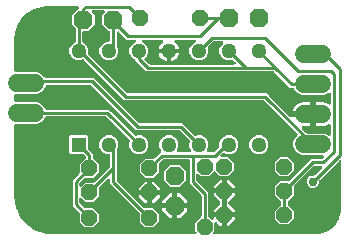
<source format=gbr>
G04 EAGLE Gerber RS-274X export*
G75*
%MOMM*%
%FSLAX34Y34*%
%LPD*%
%INTop Copper*%
%IPPOS*%
%AMOC8*
5,1,8,0,0,1.08239X$1,22.5*%
G01*
%ADD10R,1.278000X1.278000*%
%ADD11C,1.278000*%
%ADD12P,1.429621X8X22.500000*%
%ADD13P,1.429621X8X202.500000*%
%ADD14P,1.429621X8X112.500000*%
%ADD15P,1.732040X8X202.500000*%
%ADD16P,1.732040X8X112.500000*%
%ADD17C,1.524000*%
%ADD18C,0.254000*%
%ADD19C,0.756400*%

G36*
X289107Y138448D02*
X289107Y138448D01*
X289246Y138461D01*
X289265Y138468D01*
X289285Y138471D01*
X289414Y138522D01*
X289545Y138569D01*
X289562Y138580D01*
X289581Y138588D01*
X289693Y138669D01*
X289808Y138747D01*
X289821Y138763D01*
X289838Y138774D01*
X289927Y138882D01*
X290019Y138986D01*
X290028Y139004D01*
X290041Y139019D01*
X290100Y139145D01*
X290163Y139269D01*
X290168Y139289D01*
X290176Y139307D01*
X290202Y139444D01*
X290233Y139579D01*
X290232Y139600D01*
X290236Y139619D01*
X290227Y139758D01*
X290223Y139897D01*
X290217Y139917D01*
X290216Y139937D01*
X290174Y140069D01*
X290135Y140203D01*
X290124Y140220D01*
X290118Y140239D01*
X290044Y140357D01*
X289973Y140477D01*
X289955Y140498D01*
X289948Y140508D01*
X289933Y140522D01*
X289867Y140597D01*
X289051Y141413D01*
X289051Y148147D01*
X294014Y153109D01*
X294074Y153188D01*
X294142Y153260D01*
X294171Y153313D01*
X294208Y153361D01*
X294248Y153452D01*
X294296Y153538D01*
X294311Y153597D01*
X294335Y153652D01*
X294350Y153750D01*
X294375Y153846D01*
X294381Y153946D01*
X294385Y153966D01*
X294383Y153979D01*
X294385Y154007D01*
X294385Y171037D01*
X294373Y171135D01*
X294370Y171234D01*
X294353Y171292D01*
X294345Y171352D01*
X294309Y171444D01*
X294281Y171539D01*
X294251Y171592D01*
X294228Y171648D01*
X294170Y171728D01*
X294120Y171813D01*
X294054Y171889D01*
X294042Y171905D01*
X294032Y171913D01*
X294014Y171934D01*
X284225Y181722D01*
X284225Y201052D01*
X284210Y201170D01*
X284203Y201289D01*
X284190Y201327D01*
X284185Y201368D01*
X284142Y201478D01*
X284105Y201591D01*
X284083Y201626D01*
X284068Y201663D01*
X283999Y201759D01*
X283935Y201860D01*
X283905Y201888D01*
X283882Y201921D01*
X283790Y201997D01*
X283703Y202078D01*
X283668Y202098D01*
X283637Y202123D01*
X283529Y202174D01*
X283425Y202232D01*
X283385Y202242D01*
X283349Y202259D01*
X283232Y202281D01*
X283117Y202311D01*
X283057Y202315D01*
X283037Y202319D01*
X283016Y202317D01*
X282956Y202321D01*
X262679Y202321D01*
X262581Y202309D01*
X262482Y202306D01*
X262424Y202289D01*
X262364Y202281D01*
X262272Y202245D01*
X262177Y202217D01*
X262124Y202187D01*
X262068Y202164D01*
X261988Y202106D01*
X261903Y202056D01*
X261827Y201990D01*
X261811Y201978D01*
X261803Y201968D01*
X261782Y201950D01*
X258690Y198858D01*
X258630Y198780D01*
X258562Y198708D01*
X258533Y198655D01*
X258496Y198607D01*
X258456Y198516D01*
X258408Y198429D01*
X258393Y198371D01*
X258369Y198315D01*
X258354Y198217D01*
X258329Y198121D01*
X258323Y198021D01*
X258319Y198001D01*
X258321Y197989D01*
X258319Y197961D01*
X258319Y190943D01*
X253557Y186181D01*
X246823Y186181D01*
X242061Y190943D01*
X242061Y197677D01*
X246823Y202439D01*
X253841Y202439D01*
X253939Y202451D01*
X254038Y202454D01*
X254096Y202471D01*
X254156Y202479D01*
X254248Y202515D01*
X254343Y202543D01*
X254396Y202573D01*
X254452Y202596D01*
X254532Y202654D01*
X254617Y202704D01*
X254693Y202770D01*
X254709Y202782D01*
X254717Y202792D01*
X254738Y202810D01*
X257830Y205902D01*
X259970Y208042D01*
X260043Y208136D01*
X260122Y208226D01*
X260140Y208261D01*
X260165Y208293D01*
X260212Y208403D01*
X260266Y208509D01*
X260275Y208548D01*
X260291Y208585D01*
X260310Y208703D01*
X260336Y208819D01*
X260335Y208859D01*
X260341Y208899D01*
X260330Y209018D01*
X260326Y209137D01*
X260315Y209176D01*
X260311Y209216D01*
X260271Y209328D01*
X260238Y209442D01*
X260217Y209477D01*
X260204Y209515D01*
X260137Y209614D01*
X260076Y209716D01*
X260036Y209761D01*
X260025Y209778D01*
X260010Y209792D01*
X259992Y209811D01*
X258785Y212726D01*
X258785Y215874D01*
X259990Y218783D01*
X262217Y221010D01*
X265126Y222215D01*
X268274Y222215D01*
X271183Y221010D01*
X273410Y218783D01*
X274615Y215874D01*
X274615Y212726D01*
X273347Y209666D01*
X273334Y209618D01*
X273313Y209573D01*
X273292Y209465D01*
X273263Y209359D01*
X273263Y209309D01*
X273253Y209260D01*
X273260Y209151D01*
X273258Y209041D01*
X273270Y208993D01*
X273273Y208943D01*
X273307Y208839D01*
X273332Y208732D01*
X273356Y208688D01*
X273371Y208641D01*
X273430Y208548D01*
X273481Y208451D01*
X273515Y208414D01*
X273541Y208372D01*
X273621Y208297D01*
X273695Y208215D01*
X273737Y208188D01*
X273773Y208154D01*
X273869Y208101D01*
X273961Y208041D01*
X274008Y208024D01*
X274051Y208000D01*
X274158Y207973D01*
X274262Y207937D01*
X274311Y207933D01*
X274359Y207921D01*
X274520Y207911D01*
X284280Y207911D01*
X284330Y207917D01*
X284379Y207915D01*
X284487Y207937D01*
X284596Y207951D01*
X284642Y207969D01*
X284691Y207979D01*
X284789Y208027D01*
X284891Y208068D01*
X284932Y208097D01*
X284976Y208119D01*
X285060Y208190D01*
X285149Y208254D01*
X285180Y208293D01*
X285218Y208325D01*
X285281Y208415D01*
X285352Y208499D01*
X285373Y208544D01*
X285401Y208585D01*
X285440Y208688D01*
X285487Y208787D01*
X285496Y208836D01*
X285514Y208882D01*
X285526Y208992D01*
X285547Y209099D01*
X285544Y209149D01*
X285549Y209198D01*
X285534Y209307D01*
X285527Y209417D01*
X285512Y209464D01*
X285505Y209513D01*
X285453Y209666D01*
X284185Y212726D01*
X284185Y215874D01*
X284560Y216779D01*
X284568Y216808D01*
X284581Y216834D01*
X284610Y216961D01*
X284644Y217086D01*
X284645Y217116D01*
X284651Y217144D01*
X284647Y217274D01*
X284649Y217404D01*
X284642Y217433D01*
X284641Y217462D01*
X284605Y217587D01*
X284575Y217713D01*
X284561Y217740D01*
X284553Y217768D01*
X284487Y217879D01*
X284426Y217995D01*
X284406Y218016D01*
X284391Y218042D01*
X284285Y218163D01*
X276074Y226374D01*
X275996Y226434D01*
X275924Y226502D01*
X275871Y226531D01*
X275823Y226568D01*
X275732Y226608D01*
X275645Y226656D01*
X275587Y226671D01*
X275531Y226695D01*
X275433Y226710D01*
X275337Y226735D01*
X275237Y226741D01*
X275217Y226745D01*
X275205Y226743D01*
X275177Y226745D01*
X239202Y226745D01*
X201144Y264804D01*
X201066Y264864D01*
X200994Y264932D01*
X200941Y264961D01*
X200893Y264998D01*
X200802Y265038D01*
X200715Y265086D01*
X200657Y265101D01*
X200601Y265125D01*
X200503Y265140D01*
X200407Y265165D01*
X200307Y265171D01*
X200287Y265175D01*
X200275Y265173D01*
X200247Y265175D01*
X163785Y265175D01*
X163755Y265172D01*
X163726Y265174D01*
X163598Y265152D01*
X163469Y265135D01*
X163442Y265125D01*
X163413Y265120D01*
X163294Y265066D01*
X163173Y265018D01*
X163150Y265001D01*
X163123Y264989D01*
X163021Y264908D01*
X162916Y264832D01*
X162897Y264809D01*
X162874Y264790D01*
X162796Y264687D01*
X162713Y264587D01*
X162701Y264560D01*
X162683Y264536D01*
X162612Y264392D01*
X161423Y261520D01*
X158850Y258947D01*
X155489Y257555D01*
X137160Y257555D01*
X137042Y257540D01*
X136923Y257533D01*
X136885Y257520D01*
X136844Y257515D01*
X136734Y257472D01*
X136621Y257435D01*
X136586Y257413D01*
X136549Y257398D01*
X136453Y257329D01*
X136352Y257265D01*
X136324Y257235D01*
X136291Y257212D01*
X136215Y257120D01*
X136134Y257033D01*
X136114Y256998D01*
X136089Y256967D01*
X136038Y256859D01*
X135980Y256755D01*
X135970Y256715D01*
X135953Y256679D01*
X135931Y256562D01*
X135901Y256447D01*
X135897Y256387D01*
X135893Y256367D01*
X135895Y256346D01*
X135891Y256286D01*
X135891Y251714D01*
X135906Y251596D01*
X135913Y251477D01*
X135926Y251439D01*
X135931Y251398D01*
X135974Y251288D01*
X136011Y251175D01*
X136033Y251140D01*
X136048Y251103D01*
X136117Y251007D01*
X136181Y250906D01*
X136211Y250878D01*
X136234Y250845D01*
X136326Y250769D01*
X136413Y250688D01*
X136448Y250668D01*
X136479Y250643D01*
X136587Y250592D01*
X136691Y250534D01*
X136731Y250524D01*
X136767Y250507D01*
X136884Y250485D01*
X136999Y250455D01*
X137059Y250451D01*
X137079Y250447D01*
X137100Y250449D01*
X137160Y250445D01*
X155489Y250445D01*
X158850Y249053D01*
X161423Y246480D01*
X162086Y244878D01*
X162101Y244853D01*
X162110Y244825D01*
X162179Y244715D01*
X162244Y244602D01*
X162264Y244581D01*
X162280Y244556D01*
X162375Y244467D01*
X162465Y244374D01*
X162490Y244358D01*
X162512Y244338D01*
X162625Y244275D01*
X162736Y244207D01*
X162764Y244199D01*
X162790Y244184D01*
X162916Y244152D01*
X163040Y244114D01*
X163069Y244112D01*
X163098Y244105D01*
X163259Y244095D01*
X215788Y244095D01*
X217796Y242086D01*
X237671Y222212D01*
X237694Y222193D01*
X237713Y222171D01*
X237819Y222096D01*
X237922Y222017D01*
X237949Y222005D01*
X237973Y221988D01*
X238094Y221942D01*
X238214Y221890D01*
X238243Y221886D01*
X238271Y221875D01*
X238400Y221861D01*
X238528Y221840D01*
X238557Y221843D01*
X238587Y221840D01*
X238715Y221858D01*
X238845Y221870D01*
X238872Y221880D01*
X238902Y221884D01*
X239054Y221936D01*
X239726Y222215D01*
X242874Y222215D01*
X245783Y221010D01*
X248010Y218783D01*
X249215Y215874D01*
X249215Y212726D01*
X248010Y209817D01*
X245783Y207590D01*
X242874Y206385D01*
X239726Y206385D01*
X236817Y207590D01*
X234590Y209817D01*
X233385Y212726D01*
X233385Y215874D01*
X233857Y217013D01*
X233865Y217041D01*
X233878Y217068D01*
X233906Y217194D01*
X233941Y217319D01*
X233941Y217349D01*
X233948Y217378D01*
X233944Y217508D01*
X233946Y217637D01*
X233939Y217666D01*
X233938Y217696D01*
X233902Y217820D01*
X233872Y217947D01*
X233858Y217973D01*
X233850Y218001D01*
X233784Y218113D01*
X233723Y218228D01*
X233703Y218250D01*
X233688Y218275D01*
X233582Y218396D01*
X213844Y238134D01*
X213766Y238194D01*
X213694Y238262D01*
X213641Y238291D01*
X213593Y238328D01*
X213502Y238368D01*
X213415Y238416D01*
X213357Y238431D01*
X213301Y238455D01*
X213203Y238470D01*
X213107Y238495D01*
X213007Y238501D01*
X212987Y238505D01*
X212975Y238503D01*
X212947Y238505D01*
X163259Y238505D01*
X163229Y238502D01*
X163200Y238504D01*
X163072Y238482D01*
X162943Y238465D01*
X162916Y238455D01*
X162887Y238450D01*
X162768Y238396D01*
X162647Y238348D01*
X162624Y238331D01*
X162597Y238319D01*
X162495Y238238D01*
X162390Y238162D01*
X162371Y238139D01*
X162348Y238120D01*
X162270Y238017D01*
X162187Y237917D01*
X162175Y237890D01*
X162157Y237866D01*
X162086Y237722D01*
X161423Y236120D01*
X158850Y233547D01*
X155489Y232155D01*
X137160Y232155D01*
X137042Y232140D01*
X136923Y232133D01*
X136885Y232120D01*
X136844Y232115D01*
X136734Y232072D01*
X136621Y232035D01*
X136586Y232013D01*
X136549Y231998D01*
X136453Y231929D01*
X136352Y231865D01*
X136324Y231835D01*
X136291Y231812D01*
X136215Y231720D01*
X136134Y231633D01*
X136114Y231598D01*
X136089Y231567D01*
X136038Y231459D01*
X135980Y231355D01*
X135970Y231315D01*
X135953Y231279D01*
X135931Y231162D01*
X135901Y231047D01*
X135897Y230987D01*
X135893Y230967D01*
X135895Y230946D01*
X135891Y230886D01*
X135891Y170180D01*
X135893Y170161D01*
X135893Y170109D01*
X136084Y166696D01*
X136089Y166670D01*
X136088Y166644D01*
X136114Y166485D01*
X137633Y159831D01*
X137654Y159772D01*
X137666Y159712D01*
X137727Y159562D01*
X140688Y153413D01*
X140722Y153361D01*
X140747Y153304D01*
X140839Y153172D01*
X145095Y147836D01*
X145139Y147793D01*
X145177Y147743D01*
X145296Y147635D01*
X150632Y143379D01*
X150685Y143347D01*
X150733Y143307D01*
X150873Y143228D01*
X157022Y140267D01*
X157081Y140247D01*
X157136Y140219D01*
X157291Y140173D01*
X163945Y138654D01*
X163971Y138652D01*
X163996Y138644D01*
X164156Y138624D01*
X167569Y138433D01*
X167588Y138434D01*
X167640Y138431D01*
X288969Y138431D01*
X289107Y138448D01*
G37*
G36*
X391181Y138433D02*
X391181Y138433D01*
X391243Y138433D01*
X393895Y138607D01*
X393939Y138616D01*
X393983Y138616D01*
X394141Y138648D01*
X399265Y140021D01*
X399344Y140053D01*
X399426Y140076D01*
X399549Y140137D01*
X399559Y140141D01*
X399563Y140143D01*
X399571Y140148D01*
X404165Y142800D01*
X404233Y142852D01*
X404307Y142895D01*
X404410Y142986D01*
X404418Y142992D01*
X404421Y142995D01*
X404428Y143002D01*
X408178Y146752D01*
X408231Y146820D01*
X408291Y146881D01*
X408338Y146953D01*
X408352Y146969D01*
X408359Y146983D01*
X408367Y146996D01*
X408373Y147004D01*
X408375Y147008D01*
X408380Y147015D01*
X411032Y151609D01*
X411066Y151688D01*
X411108Y151763D01*
X411152Y151892D01*
X411156Y151902D01*
X411156Y151907D01*
X411159Y151915D01*
X412532Y157039D01*
X412538Y157083D01*
X412552Y157125D01*
X412573Y157285D01*
X412747Y159937D01*
X412745Y159958D01*
X412749Y160020D01*
X412749Y199993D01*
X412732Y200130D01*
X412719Y200269D01*
X412712Y200288D01*
X412709Y200308D01*
X412658Y200437D01*
X412611Y200568D01*
X412600Y200585D01*
X412592Y200604D01*
X412511Y200716D01*
X412433Y200831D01*
X412417Y200845D01*
X412406Y200861D01*
X412298Y200950D01*
X412194Y201042D01*
X412176Y201051D01*
X412161Y201064D01*
X412035Y201123D01*
X411911Y201187D01*
X411891Y201191D01*
X411873Y201200D01*
X411737Y201226D01*
X411601Y201256D01*
X411580Y201256D01*
X411561Y201259D01*
X411422Y201251D01*
X411283Y201247D01*
X411263Y201241D01*
X411243Y201240D01*
X411111Y201197D01*
X410977Y201158D01*
X410960Y201148D01*
X410941Y201142D01*
X410823Y201067D01*
X410703Y200997D01*
X410682Y200978D01*
X410672Y200971D01*
X410658Y200956D01*
X410583Y200890D01*
X394298Y184606D01*
X394238Y184528D01*
X394170Y184456D01*
X394141Y184403D01*
X394104Y184355D01*
X394064Y184264D01*
X394016Y184177D01*
X394001Y184119D01*
X393977Y184063D01*
X393962Y183965D01*
X393937Y183869D01*
X393931Y183769D01*
X393927Y183749D01*
X393929Y183737D01*
X393927Y183709D01*
X393927Y181824D01*
X393119Y179874D01*
X391626Y178381D01*
X389676Y177573D01*
X387564Y177573D01*
X385614Y178381D01*
X384121Y179874D01*
X383313Y181824D01*
X383313Y183936D01*
X384121Y185886D01*
X385614Y187379D01*
X387564Y188187D01*
X389449Y188187D01*
X389547Y188199D01*
X389646Y188202D01*
X389704Y188219D01*
X389764Y188227D01*
X389856Y188263D01*
X389951Y188291D01*
X390004Y188321D01*
X390060Y188344D01*
X390140Y188402D01*
X390225Y188452D01*
X390301Y188518D01*
X390317Y188530D01*
X390325Y188540D01*
X390346Y188558D01*
X396216Y194429D01*
X396301Y194538D01*
X396390Y194645D01*
X396399Y194664D01*
X396411Y194680D01*
X396467Y194808D01*
X396526Y194933D01*
X396529Y194953D01*
X396537Y194972D01*
X396559Y195110D01*
X396585Y195246D01*
X396584Y195266D01*
X396587Y195286D01*
X396574Y195425D01*
X396566Y195563D01*
X396559Y195582D01*
X396558Y195602D01*
X396510Y195734D01*
X396468Y195865D01*
X396457Y195883D01*
X396450Y195902D01*
X396372Y196017D01*
X396297Y196134D01*
X396283Y196148D01*
X396271Y196165D01*
X396167Y196257D01*
X396066Y196352D01*
X396048Y196362D01*
X396033Y196375D01*
X395909Y196439D01*
X395787Y196506D01*
X395768Y196511D01*
X395750Y196520D01*
X395614Y196550D01*
X395479Y196585D01*
X395451Y196587D01*
X395439Y196590D01*
X395419Y196589D01*
X395319Y196595D01*
X390303Y196595D01*
X390205Y196583D01*
X390106Y196580D01*
X390048Y196563D01*
X389988Y196555D01*
X389896Y196519D01*
X389801Y196491D01*
X389748Y196461D01*
X389692Y196438D01*
X389612Y196380D01*
X389527Y196330D01*
X389451Y196264D01*
X389435Y196252D01*
X389427Y196242D01*
X389406Y196224D01*
X372990Y179808D01*
X372930Y179730D01*
X372862Y179658D01*
X372833Y179605D01*
X372796Y179557D01*
X372756Y179466D01*
X372708Y179379D01*
X372693Y179321D01*
X372669Y179265D01*
X372654Y179167D01*
X372629Y179071D01*
X372623Y178971D01*
X372619Y178951D01*
X372621Y178939D01*
X372619Y178911D01*
X372619Y171893D01*
X367656Y166931D01*
X367596Y166852D01*
X367528Y166780D01*
X367499Y166727D01*
X367462Y166679D01*
X367422Y166589D01*
X367374Y166502D01*
X367359Y166443D01*
X367335Y166388D01*
X367320Y166290D01*
X367295Y166194D01*
X367289Y166094D01*
X367285Y166074D01*
X367287Y166061D01*
X367285Y166033D01*
X367285Y164167D01*
X367297Y164069D01*
X367300Y163970D01*
X367317Y163911D01*
X367325Y163851D01*
X367361Y163759D01*
X367389Y163664D01*
X367419Y163612D01*
X367442Y163556D01*
X367500Y163476D01*
X367550Y163390D01*
X367616Y163315D01*
X367628Y163298D01*
X367638Y163290D01*
X367656Y163269D01*
X372619Y158307D01*
X372619Y151573D01*
X367857Y146811D01*
X361123Y146811D01*
X356361Y151573D01*
X356361Y158307D01*
X361324Y163269D01*
X361384Y163348D01*
X361452Y163420D01*
X361481Y163473D01*
X361518Y163521D01*
X361558Y163612D01*
X361606Y163698D01*
X361621Y163757D01*
X361645Y163812D01*
X361660Y163910D01*
X361685Y164006D01*
X361691Y164106D01*
X361695Y164126D01*
X361693Y164139D01*
X361695Y164167D01*
X361695Y166033D01*
X361683Y166131D01*
X361680Y166230D01*
X361663Y166289D01*
X361655Y166349D01*
X361619Y166441D01*
X361591Y166536D01*
X361561Y166588D01*
X361538Y166644D01*
X361480Y166725D01*
X361430Y166810D01*
X361364Y166885D01*
X361352Y166902D01*
X361342Y166910D01*
X361324Y166931D01*
X356361Y171893D01*
X356361Y178627D01*
X361123Y183389D01*
X368141Y183389D01*
X368239Y183401D01*
X368338Y183404D01*
X368396Y183421D01*
X368456Y183429D01*
X368548Y183465D01*
X368643Y183493D01*
X368696Y183523D01*
X368752Y183546D01*
X368832Y183604D01*
X368917Y183654D01*
X368993Y183720D01*
X369009Y183732D01*
X369017Y183742D01*
X369038Y183760D01*
X387462Y202185D01*
X395827Y202185D01*
X395925Y202197D01*
X396024Y202200D01*
X396082Y202217D01*
X396142Y202225D01*
X396234Y202261D01*
X396329Y202289D01*
X396382Y202319D01*
X396438Y202342D01*
X396518Y202400D01*
X396603Y202450D01*
X396679Y202516D01*
X396695Y202528D01*
X396703Y202538D01*
X396724Y202556D01*
X397486Y203319D01*
X397571Y203428D01*
X397660Y203535D01*
X397669Y203554D01*
X397681Y203570D01*
X397737Y203698D01*
X397796Y203823D01*
X397799Y203843D01*
X397807Y203862D01*
X397829Y204000D01*
X397855Y204136D01*
X397854Y204156D01*
X397857Y204176D01*
X397844Y204315D01*
X397836Y204453D01*
X397829Y204472D01*
X397828Y204492D01*
X397780Y204623D01*
X397738Y204755D01*
X397727Y204773D01*
X397720Y204792D01*
X397642Y204906D01*
X397567Y205024D01*
X397553Y205038D01*
X397541Y205055D01*
X397437Y205147D01*
X397336Y205242D01*
X397318Y205252D01*
X397303Y205265D01*
X397179Y205328D01*
X397057Y205396D01*
X397038Y205401D01*
X397020Y205410D01*
X396884Y205440D01*
X396749Y205475D01*
X396721Y205477D01*
X396709Y205480D01*
X396689Y205479D01*
X396589Y205485D01*
X379181Y205485D01*
X375820Y206877D01*
X373247Y209450D01*
X371855Y212811D01*
X371855Y216449D01*
X373247Y219810D01*
X375470Y222033D01*
X375543Y222127D01*
X375622Y222216D01*
X375640Y222252D01*
X375665Y222284D01*
X375712Y222393D01*
X375766Y222499D01*
X375775Y222539D01*
X375791Y222576D01*
X375810Y222693D01*
X375836Y222809D01*
X375835Y222850D01*
X375841Y222890D01*
X375830Y223008D01*
X375826Y223127D01*
X375815Y223166D01*
X375811Y223206D01*
X375771Y223319D01*
X375738Y223433D01*
X375717Y223468D01*
X375704Y223506D01*
X375637Y223604D01*
X375576Y223707D01*
X375537Y223752D01*
X375525Y223769D01*
X375510Y223782D01*
X375470Y223828D01*
X347448Y251850D01*
X347370Y251910D01*
X347298Y251978D01*
X347245Y252007D01*
X347197Y252044D01*
X347106Y252084D01*
X347019Y252132D01*
X346961Y252147D01*
X346905Y252171D01*
X346807Y252186D01*
X346711Y252211D01*
X346611Y252217D01*
X346591Y252221D01*
X346579Y252219D01*
X346551Y252221D01*
X229008Y252221D01*
X226999Y254230D01*
X195057Y286173D01*
X195034Y286191D01*
X195014Y286213D01*
X194908Y286288D01*
X194806Y286368D01*
X194778Y286379D01*
X194754Y286396D01*
X194633Y286442D01*
X194514Y286494D01*
X194485Y286499D01*
X194457Y286509D01*
X194328Y286523D01*
X194200Y286544D01*
X194170Y286541D01*
X194141Y286544D01*
X194012Y286526D01*
X193883Y286514D01*
X193855Y286504D01*
X193826Y286500D01*
X193674Y286448D01*
X192074Y285785D01*
X188926Y285785D01*
X186017Y286990D01*
X183790Y289217D01*
X182585Y292126D01*
X182585Y295274D01*
X183790Y298183D01*
X186017Y300410D01*
X186922Y300785D01*
X186947Y300799D01*
X186975Y300808D01*
X187085Y300878D01*
X187198Y300942D01*
X187219Y300963D01*
X187244Y300979D01*
X187333Y301073D01*
X187426Y301163D01*
X187442Y301189D01*
X187462Y301210D01*
X187525Y301324D01*
X187593Y301435D01*
X187601Y301463D01*
X187616Y301489D01*
X187648Y301614D01*
X187686Y301739D01*
X187688Y301768D01*
X187695Y301797D01*
X187705Y301957D01*
X187705Y312648D01*
X187693Y312746D01*
X187690Y312845D01*
X187673Y312903D01*
X187665Y312963D01*
X187629Y313055D01*
X187601Y313150D01*
X187571Y313202D01*
X187548Y313259D01*
X187490Y313339D01*
X187440Y313424D01*
X187374Y313500D01*
X187362Y313516D01*
X187352Y313524D01*
X187334Y313545D01*
X184784Y316094D01*
X184784Y323986D01*
X190101Y329303D01*
X190186Y329412D01*
X190275Y329519D01*
X190284Y329538D01*
X190296Y329554D01*
X190352Y329682D01*
X190411Y329807D01*
X190414Y329827D01*
X190422Y329846D01*
X190444Y329984D01*
X190470Y330120D01*
X190469Y330140D01*
X190472Y330160D01*
X190459Y330299D01*
X190451Y330437D01*
X190444Y330456D01*
X190442Y330476D01*
X190395Y330608D01*
X190353Y330739D01*
X190342Y330757D01*
X190335Y330776D01*
X190257Y330891D01*
X190182Y331008D01*
X190168Y331022D01*
X190156Y331039D01*
X190052Y331131D01*
X189951Y331226D01*
X189933Y331236D01*
X189918Y331249D01*
X189794Y331313D01*
X189672Y331380D01*
X189653Y331385D01*
X189635Y331394D01*
X189499Y331424D01*
X189364Y331459D01*
X189336Y331461D01*
X189324Y331464D01*
X189304Y331463D01*
X189204Y331469D01*
X162560Y331469D01*
X162539Y331467D01*
X162477Y331467D01*
X159162Y331249D01*
X159118Y331241D01*
X159074Y331240D01*
X158916Y331209D01*
X152511Y329493D01*
X152432Y329460D01*
X152349Y329437D01*
X152227Y329376D01*
X152217Y329372D01*
X152213Y329370D01*
X152205Y329366D01*
X146463Y326050D01*
X146395Y325999D01*
X146321Y325955D01*
X146218Y325864D01*
X146210Y325858D01*
X146207Y325855D01*
X146200Y325849D01*
X141511Y321160D01*
X141459Y321092D01*
X141399Y321031D01*
X141323Y320917D01*
X141316Y320909D01*
X141315Y320905D01*
X141310Y320897D01*
X137994Y315155D01*
X137961Y315076D01*
X137919Y315001D01*
X137875Y314872D01*
X137871Y314862D01*
X137870Y314857D01*
X137867Y314849D01*
X136151Y308444D01*
X136145Y308400D01*
X136131Y308358D01*
X136111Y308198D01*
X136053Y307322D01*
X136053Y307321D01*
X135893Y304883D01*
X135895Y304862D01*
X135891Y304800D01*
X135891Y277114D01*
X135906Y276996D01*
X135913Y276877D01*
X135926Y276839D01*
X135931Y276798D01*
X135974Y276688D01*
X136011Y276575D01*
X136033Y276540D01*
X136048Y276503D01*
X136117Y276407D01*
X136181Y276306D01*
X136211Y276278D01*
X136234Y276245D01*
X136326Y276169D01*
X136413Y276088D01*
X136448Y276068D01*
X136479Y276043D01*
X136587Y275992D01*
X136691Y275934D01*
X136731Y275924D01*
X136767Y275907D01*
X136884Y275885D01*
X136999Y275855D01*
X137059Y275851D01*
X137079Y275847D01*
X137100Y275849D01*
X137160Y275845D01*
X155489Y275845D01*
X158850Y274453D01*
X161423Y271880D01*
X161560Y271548D01*
X161575Y271523D01*
X161584Y271495D01*
X161653Y271385D01*
X161718Y271272D01*
X161738Y271251D01*
X161754Y271226D01*
X161849Y271137D01*
X161939Y271044D01*
X161964Y271028D01*
X161985Y271008D01*
X162099Y270945D01*
X162210Y270877D01*
X162238Y270869D01*
X162264Y270854D01*
X162390Y270822D01*
X162514Y270784D01*
X162543Y270782D01*
X162572Y270775D01*
X162733Y270765D01*
X203088Y270765D01*
X241146Y232706D01*
X241224Y232646D01*
X241296Y232578D01*
X241349Y232549D01*
X241397Y232512D01*
X241488Y232472D01*
X241575Y232424D01*
X241633Y232409D01*
X241689Y232385D01*
X241787Y232370D01*
X241883Y232345D01*
X241983Y232339D01*
X242003Y232335D01*
X242015Y232337D01*
X242043Y232335D01*
X278018Y232335D01*
X280026Y230326D01*
X288237Y222115D01*
X288261Y222097D01*
X288280Y222074D01*
X288386Y222000D01*
X288489Y221920D01*
X288516Y221908D01*
X288540Y221891D01*
X288661Y221845D01*
X288780Y221794D01*
X288810Y221789D01*
X288837Y221779D01*
X288966Y221764D01*
X289095Y221744D01*
X289124Y221747D01*
X289153Y221743D01*
X289282Y221761D01*
X289411Y221774D01*
X289439Y221784D01*
X289468Y221788D01*
X289621Y221840D01*
X290526Y222215D01*
X293674Y222215D01*
X296583Y221010D01*
X298810Y218783D01*
X300015Y215874D01*
X300015Y212726D01*
X298747Y209666D01*
X298734Y209618D01*
X298713Y209573D01*
X298692Y209465D01*
X298663Y209359D01*
X298663Y209309D01*
X298653Y209260D01*
X298660Y209151D01*
X298658Y209041D01*
X298670Y208993D01*
X298673Y208943D01*
X298707Y208839D01*
X298732Y208732D01*
X298756Y208688D01*
X298771Y208641D01*
X298830Y208548D01*
X298881Y208451D01*
X298915Y208414D01*
X298941Y208372D01*
X299021Y208297D01*
X299095Y208215D01*
X299137Y208188D01*
X299173Y208154D01*
X299269Y208101D01*
X299361Y208041D01*
X299408Y208024D01*
X299451Y208000D01*
X299558Y207973D01*
X299662Y207937D01*
X299711Y207933D01*
X299759Y207921D01*
X299920Y207911D01*
X304387Y207911D01*
X304485Y207923D01*
X304584Y207926D01*
X304642Y207943D01*
X304702Y207951D01*
X304794Y207987D01*
X304889Y208015D01*
X304942Y208045D01*
X304998Y208068D01*
X305078Y208126D01*
X305163Y208176D01*
X305239Y208242D01*
X305255Y208254D01*
X305263Y208264D01*
X305284Y208282D01*
X309214Y212212D01*
X309274Y212290D01*
X309342Y212362D01*
X309371Y212415D01*
X309408Y212463D01*
X309448Y212554D01*
X309496Y212641D01*
X309511Y212699D01*
X309535Y212755D01*
X309550Y212853D01*
X309575Y212949D01*
X309581Y213049D01*
X309585Y213069D01*
X309583Y213081D01*
X309585Y213109D01*
X309585Y215874D01*
X310790Y218783D01*
X313017Y221010D01*
X315926Y222215D01*
X319074Y222215D01*
X321983Y221010D01*
X324210Y218783D01*
X325415Y215874D01*
X325415Y212726D01*
X324210Y209817D01*
X321983Y207590D01*
X319074Y206385D01*
X315926Y206385D01*
X313432Y207418D01*
X313404Y207426D01*
X313378Y207439D01*
X313251Y207468D01*
X313126Y207502D01*
X313096Y207502D01*
X313067Y207509D01*
X312938Y207505D01*
X312808Y207507D01*
X312779Y207500D01*
X312749Y207499D01*
X312625Y207463D01*
X312498Y207433D01*
X312472Y207419D01*
X312444Y207411D01*
X312332Y207345D01*
X312217Y207284D01*
X312196Y207264D01*
X312170Y207249D01*
X312049Y207143D01*
X310782Y205875D01*
X310697Y205766D01*
X310608Y205659D01*
X310599Y205640D01*
X310587Y205624D01*
X310531Y205496D01*
X310472Y205371D01*
X310469Y205351D01*
X310461Y205332D01*
X310439Y205194D01*
X310413Y205058D01*
X310414Y205038D01*
X310411Y205018D01*
X310424Y204879D01*
X310432Y204741D01*
X310439Y204722D01*
X310440Y204702D01*
X310488Y204570D01*
X310530Y204439D01*
X310541Y204421D01*
X310548Y204402D01*
X310626Y204287D01*
X310701Y204170D01*
X310715Y204156D01*
X310727Y204139D01*
X310831Y204047D01*
X310932Y203952D01*
X310950Y203942D01*
X310965Y203929D01*
X311089Y203865D01*
X311211Y203798D01*
X311230Y203793D01*
X311248Y203784D01*
X311384Y203754D01*
X311519Y203719D01*
X311547Y203717D01*
X311559Y203714D01*
X311579Y203715D01*
X311679Y203709D01*
X317057Y203709D01*
X321819Y198947D01*
X321819Y192213D01*
X317057Y187451D01*
X310323Y187451D01*
X306333Y191442D01*
X306238Y191515D01*
X306149Y191594D01*
X306113Y191612D01*
X306081Y191637D01*
X305972Y191684D01*
X305866Y191738D01*
X305827Y191747D01*
X305789Y191763D01*
X305672Y191782D01*
X305556Y191808D01*
X305515Y191807D01*
X305475Y191813D01*
X305357Y191802D01*
X305238Y191798D01*
X305199Y191787D01*
X305159Y191783D01*
X305046Y191743D01*
X304932Y191710D01*
X304898Y191689D01*
X304859Y191675D01*
X304761Y191609D01*
X304658Y191548D01*
X304613Y191508D01*
X304596Y191497D01*
X304583Y191482D01*
X304538Y191442D01*
X300547Y187451D01*
X293813Y187451D01*
X291981Y189283D01*
X291872Y189368D01*
X291765Y189457D01*
X291746Y189465D01*
X291730Y189478D01*
X291602Y189533D01*
X291477Y189592D01*
X291457Y189596D01*
X291438Y189604D01*
X291300Y189626D01*
X291164Y189652D01*
X291144Y189651D01*
X291124Y189654D01*
X290985Y189641D01*
X290847Y189632D01*
X290828Y189626D01*
X290808Y189624D01*
X290676Y189577D01*
X290545Y189534D01*
X290527Y189523D01*
X290508Y189517D01*
X290393Y189438D01*
X290276Y189364D01*
X290262Y189349D01*
X290245Y189338D01*
X290153Y189234D01*
X290058Y189132D01*
X290048Y189115D01*
X290035Y189100D01*
X289971Y188975D01*
X289904Y188854D01*
X289899Y188834D01*
X289890Y188816D01*
X289860Y188680D01*
X289825Y188546D01*
X289823Y188518D01*
X289820Y188506D01*
X289821Y188485D01*
X289815Y188385D01*
X289815Y184563D01*
X289827Y184465D01*
X289830Y184366D01*
X289847Y184308D01*
X289855Y184248D01*
X289891Y184156D01*
X289919Y184061D01*
X289949Y184008D01*
X289972Y183952D01*
X290030Y183872D01*
X290080Y183787D01*
X290146Y183711D01*
X290158Y183695D01*
X290168Y183687D01*
X290186Y183666D01*
X299975Y173878D01*
X299975Y154007D01*
X299987Y153909D01*
X299990Y153810D01*
X300007Y153751D01*
X300015Y153691D01*
X300051Y153599D01*
X300079Y153504D01*
X300109Y153452D01*
X300132Y153396D01*
X300190Y153316D01*
X300240Y153230D01*
X300306Y153155D01*
X300318Y153138D01*
X300328Y153130D01*
X300346Y153109D01*
X302379Y151077D01*
X302488Y150992D01*
X302595Y150903D01*
X302614Y150895D01*
X302630Y150882D01*
X302758Y150827D01*
X302883Y150768D01*
X302903Y150764D01*
X302922Y150756D01*
X303060Y150734D01*
X303196Y150708D01*
X303216Y150709D01*
X303236Y150706D01*
X303375Y150719D01*
X303513Y150728D01*
X303532Y150734D01*
X303552Y150736D01*
X303684Y150783D01*
X303815Y150826D01*
X303833Y150837D01*
X303852Y150843D01*
X303967Y150922D01*
X304084Y150996D01*
X304098Y151011D01*
X304115Y151022D01*
X304207Y151126D01*
X304302Y151228D01*
X304312Y151245D01*
X304325Y151260D01*
X304389Y151385D01*
X304456Y151506D01*
X304461Y151526D01*
X304470Y151544D01*
X304500Y151680D01*
X304535Y151814D01*
X304537Y151842D01*
X304540Y151854D01*
X304539Y151875D01*
X304545Y151975D01*
X304545Y152909D01*
X311659Y152909D01*
X311659Y145795D01*
X309902Y145795D01*
X307475Y148222D01*
X307394Y148285D01*
X307334Y148342D01*
X307304Y148358D01*
X307259Y148396D01*
X307240Y148404D01*
X307224Y148417D01*
X307099Y148471D01*
X307056Y148495D01*
X307039Y148499D01*
X306971Y148531D01*
X306951Y148535D01*
X306932Y148543D01*
X306794Y148565D01*
X306754Y148573D01*
X306748Y148575D01*
X306744Y148575D01*
X306658Y148591D01*
X306638Y148590D01*
X306618Y148593D01*
X306479Y148580D01*
X306341Y148571D01*
X306322Y148565D01*
X306302Y148563D01*
X306170Y148516D01*
X306039Y148473D01*
X306021Y148463D01*
X306002Y148456D01*
X305887Y148378D01*
X305770Y148303D01*
X305756Y148288D01*
X305739Y148277D01*
X305647Y148173D01*
X305552Y148072D01*
X305542Y148054D01*
X305529Y148039D01*
X305508Y147997D01*
X305507Y147996D01*
X305502Y147987D01*
X305465Y147915D01*
X305398Y147793D01*
X305393Y147774D01*
X305384Y147755D01*
X305376Y147718D01*
X305371Y147708D01*
X305357Y147633D01*
X305354Y147620D01*
X305319Y147485D01*
X305317Y147457D01*
X305314Y147445D01*
X305315Y147425D01*
X305314Y147412D01*
X305311Y147396D01*
X305312Y147380D01*
X305309Y147324D01*
X305309Y141413D01*
X304493Y140597D01*
X304408Y140488D01*
X304319Y140381D01*
X304311Y140362D01*
X304298Y140346D01*
X304243Y140219D01*
X304184Y140093D01*
X304180Y140073D01*
X304172Y140054D01*
X304150Y139916D01*
X304124Y139780D01*
X304125Y139760D01*
X304122Y139740D01*
X304135Y139601D01*
X304144Y139463D01*
X304150Y139444D01*
X304152Y139424D01*
X304199Y139292D01*
X304242Y139161D01*
X304253Y139143D01*
X304259Y139124D01*
X304338Y139009D01*
X304412Y138892D01*
X304427Y138878D01*
X304438Y138861D01*
X304542Y138769D01*
X304644Y138674D01*
X304661Y138664D01*
X304676Y138651D01*
X304800Y138588D01*
X304922Y138520D01*
X304942Y138515D01*
X304960Y138506D01*
X305096Y138476D01*
X305230Y138441D01*
X305258Y138439D01*
X305270Y138436D01*
X305291Y138437D01*
X305391Y138431D01*
X391160Y138431D01*
X391181Y138433D01*
G37*
G36*
X402689Y221752D02*
X402689Y221752D01*
X402827Y221761D01*
X402846Y221767D01*
X402866Y221769D01*
X402998Y221816D01*
X403129Y221859D01*
X403146Y221869D01*
X403166Y221876D01*
X403281Y221954D01*
X403398Y222029D01*
X403412Y222044D01*
X403429Y222055D01*
X403521Y222159D01*
X403616Y222260D01*
X403626Y222278D01*
X403639Y222293D01*
X403703Y222417D01*
X403770Y222539D01*
X403775Y222558D01*
X403784Y222577D01*
X403814Y222713D01*
X403849Y222847D01*
X403851Y222875D01*
X403854Y222887D01*
X403853Y222907D01*
X403859Y223008D01*
X403859Y230515D01*
X403854Y230555D01*
X403857Y230595D01*
X403834Y230712D01*
X403819Y230831D01*
X403805Y230868D01*
X403797Y230907D01*
X403746Y231015D01*
X403702Y231127D01*
X403679Y231159D01*
X403662Y231195D01*
X403586Y231287D01*
X403516Y231384D01*
X403485Y231409D01*
X403460Y231440D01*
X403363Y231510D01*
X403271Y231587D01*
X403235Y231604D01*
X403202Y231627D01*
X403091Y231671D01*
X402983Y231722D01*
X402944Y231730D01*
X402907Y231744D01*
X402788Y231760D01*
X402671Y231782D01*
X402631Y231780D01*
X402591Y231785D01*
X402472Y231770D01*
X402353Y231762D01*
X402315Y231750D01*
X402276Y231745D01*
X402164Y231701D01*
X402051Y231664D01*
X402017Y231643D01*
X401980Y231628D01*
X401844Y231542D01*
X401565Y231340D01*
X400140Y230614D01*
X398619Y230119D01*
X397040Y229869D01*
X391159Y229869D01*
X391159Y238760D01*
X391144Y238878D01*
X391137Y238997D01*
X391124Y239035D01*
X391119Y239075D01*
X391076Y239186D01*
X391039Y239299D01*
X391017Y239333D01*
X391002Y239371D01*
X390932Y239467D01*
X390869Y239568D01*
X390839Y239596D01*
X390815Y239628D01*
X390724Y239704D01*
X390637Y239786D01*
X390602Y239805D01*
X390571Y239831D01*
X390463Y239882D01*
X390359Y239939D01*
X390319Y239950D01*
X390283Y239967D01*
X390166Y239989D01*
X390051Y240019D01*
X389990Y240023D01*
X389970Y240027D01*
X389950Y240025D01*
X389890Y240029D01*
X388619Y240029D01*
X388619Y240031D01*
X389890Y240031D01*
X390008Y240046D01*
X390127Y240053D01*
X390165Y240066D01*
X390205Y240071D01*
X390316Y240115D01*
X390429Y240151D01*
X390464Y240173D01*
X390501Y240188D01*
X390597Y240258D01*
X390698Y240321D01*
X390726Y240351D01*
X390759Y240375D01*
X390834Y240466D01*
X390916Y240553D01*
X390936Y240588D01*
X390961Y240620D01*
X391012Y240727D01*
X391070Y240832D01*
X391080Y240871D01*
X391097Y240907D01*
X391119Y241024D01*
X391149Y241139D01*
X391153Y241200D01*
X391157Y241220D01*
X391155Y241240D01*
X391159Y241300D01*
X391159Y250191D01*
X397040Y250191D01*
X398619Y249941D01*
X400140Y249446D01*
X401565Y248720D01*
X401844Y248518D01*
X401879Y248499D01*
X401909Y248473D01*
X402018Y248422D01*
X402123Y248365D01*
X402161Y248355D01*
X402197Y248338D01*
X402315Y248315D01*
X402431Y248285D01*
X402470Y248285D01*
X402510Y248278D01*
X402629Y248285D01*
X402749Y248285D01*
X402787Y248295D01*
X402827Y248298D01*
X402941Y248335D01*
X403057Y248364D01*
X403092Y248383D01*
X403129Y248396D01*
X403231Y248460D01*
X403335Y248517D01*
X403364Y248545D01*
X403398Y248566D01*
X403480Y248653D01*
X403567Y248735D01*
X403589Y248768D01*
X403616Y248798D01*
X403674Y248902D01*
X403738Y249003D01*
X403750Y249041D01*
X403770Y249076D01*
X403799Y249192D01*
X403837Y249306D01*
X403839Y249345D01*
X403849Y249384D01*
X403859Y249545D01*
X403859Y257052D01*
X403842Y257190D01*
X403829Y257329D01*
X403822Y257348D01*
X403819Y257368D01*
X403768Y257497D01*
X403721Y257628D01*
X403710Y257645D01*
X403702Y257664D01*
X403621Y257776D01*
X403543Y257891D01*
X403527Y257905D01*
X403516Y257921D01*
X403409Y258010D01*
X403304Y258102D01*
X403286Y258111D01*
X403271Y258124D01*
X403145Y258183D01*
X403021Y258246D01*
X403001Y258251D01*
X402983Y258259D01*
X402847Y258285D01*
X402711Y258316D01*
X402690Y258315D01*
X402671Y258319D01*
X402532Y258310D01*
X402393Y258306D01*
X402373Y258301D01*
X402353Y258299D01*
X402221Y258257D01*
X402087Y258218D01*
X402070Y258208D01*
X402051Y258201D01*
X401933Y258127D01*
X401813Y258056D01*
X401792Y258038D01*
X401782Y258031D01*
X401768Y258016D01*
X401692Y257950D01*
X401420Y257677D01*
X398059Y256285D01*
X379181Y256285D01*
X375820Y257677D01*
X373247Y260250D01*
X372584Y261852D01*
X372569Y261877D01*
X372560Y261905D01*
X372491Y262015D01*
X372426Y262128D01*
X372406Y262149D01*
X372390Y262174D01*
X372295Y262263D01*
X372205Y262356D01*
X372180Y262372D01*
X372158Y262392D01*
X372045Y262455D01*
X371934Y262523D01*
X371906Y262531D01*
X371880Y262546D01*
X371754Y262578D01*
X371630Y262616D01*
X371601Y262618D01*
X371572Y262625D01*
X371411Y262635D01*
X369682Y262635D01*
X356084Y276234D01*
X356006Y276294D01*
X355934Y276362D01*
X355881Y276391D01*
X355833Y276428D01*
X355742Y276468D01*
X355655Y276516D01*
X355597Y276531D01*
X355541Y276555D01*
X355443Y276570D01*
X355347Y276595D01*
X355247Y276601D01*
X355227Y276605D01*
X355215Y276603D01*
X355187Y276605D01*
X247762Y276605D01*
X245754Y278614D01*
X238371Y285997D01*
X238348Y286054D01*
X238331Y286078D01*
X238319Y286105D01*
X238238Y286206D01*
X238162Y286311D01*
X238139Y286330D01*
X238120Y286353D01*
X238017Y286431D01*
X237917Y286514D01*
X237890Y286527D01*
X237866Y286544D01*
X237722Y286615D01*
X236817Y286990D01*
X234590Y289217D01*
X233385Y292126D01*
X233385Y295274D01*
X234590Y298183D01*
X236817Y300410D01*
X237839Y300833D01*
X237900Y300868D01*
X237965Y300894D01*
X238037Y300946D01*
X238116Y300991D01*
X238166Y301039D01*
X238222Y301080D01*
X238280Y301150D01*
X238344Y301212D01*
X238380Y301272D01*
X238425Y301325D01*
X238463Y301407D01*
X238510Y301483D01*
X238531Y301550D01*
X238561Y301613D01*
X238577Y301701D01*
X238604Y301787D01*
X238607Y301857D01*
X238620Y301926D01*
X238615Y302015D01*
X238619Y302105D01*
X238605Y302173D01*
X238601Y302243D01*
X238573Y302328D01*
X238555Y302416D01*
X238524Y302479D01*
X238503Y302545D01*
X238454Y302621D01*
X238415Y302702D01*
X238370Y302755D01*
X238332Y302814D01*
X238267Y302876D01*
X238209Y302944D01*
X238152Y302984D01*
X238101Y303032D01*
X238022Y303075D01*
X237949Y303127D01*
X237883Y303152D01*
X237822Y303186D01*
X237735Y303208D01*
X237651Y303240D01*
X237582Y303248D01*
X237514Y303265D01*
X237354Y303275D01*
X231252Y303275D01*
X224671Y309856D01*
X224562Y309941D01*
X224455Y310030D01*
X224436Y310039D01*
X224420Y310051D01*
X224292Y310107D01*
X224167Y310166D01*
X224147Y310169D01*
X224128Y310177D01*
X223990Y310199D01*
X223854Y310225D01*
X223834Y310224D01*
X223814Y310227D01*
X223675Y310214D01*
X223537Y310206D01*
X223518Y310199D01*
X223498Y310198D01*
X223366Y310150D01*
X223235Y310108D01*
X223217Y310097D01*
X223198Y310090D01*
X223083Y310012D01*
X222966Y309937D01*
X222952Y309923D01*
X222935Y309911D01*
X222843Y309807D01*
X222748Y309706D01*
X222738Y309688D01*
X222725Y309673D01*
X222661Y309549D01*
X222594Y309427D01*
X222589Y309408D01*
X222580Y309390D01*
X222550Y309254D01*
X222515Y309119D01*
X222513Y309091D01*
X222510Y309079D01*
X222511Y309059D01*
X222505Y308959D01*
X222505Y298689D01*
X222506Y298680D01*
X222505Y298671D01*
X222526Y298522D01*
X222545Y298374D01*
X222548Y298365D01*
X222549Y298356D01*
X222601Y298204D01*
X223815Y295274D01*
X223815Y292126D01*
X222610Y289217D01*
X220383Y286990D01*
X217474Y285785D01*
X214326Y285785D01*
X211417Y286990D01*
X209190Y289217D01*
X207985Y292126D01*
X207985Y295274D01*
X209190Y298183D01*
X211417Y300410D01*
X214326Y301615D01*
X215646Y301615D01*
X215764Y301630D01*
X215883Y301637D01*
X215921Y301650D01*
X215962Y301655D01*
X216072Y301698D01*
X216185Y301735D01*
X216220Y301757D01*
X216257Y301772D01*
X216353Y301841D01*
X216454Y301905D01*
X216482Y301935D01*
X216515Y301958D01*
X216591Y302050D01*
X216672Y302137D01*
X216692Y302172D01*
X216717Y302203D01*
X216768Y302311D01*
X216826Y302415D01*
X216836Y302455D01*
X216853Y302491D01*
X216875Y302608D01*
X216905Y302723D01*
X216909Y302783D01*
X216913Y302803D01*
X216911Y302824D01*
X216915Y302884D01*
X216915Y309245D01*
X216900Y309363D01*
X216893Y309482D01*
X216880Y309520D01*
X216875Y309561D01*
X216832Y309671D01*
X216795Y309784D01*
X216773Y309819D01*
X216758Y309856D01*
X216689Y309952D01*
X216625Y310053D01*
X216595Y310081D01*
X216572Y310114D01*
X216480Y310190D01*
X216393Y310271D01*
X216358Y310291D01*
X216327Y310316D01*
X216219Y310367D01*
X216115Y310425D01*
X216075Y310435D01*
X216039Y310452D01*
X215922Y310474D01*
X215807Y310504D01*
X215772Y310506D01*
X210184Y316094D01*
X210184Y323986D01*
X212283Y326085D01*
X212369Y326195D01*
X212457Y326302D01*
X212466Y326320D01*
X212478Y326336D01*
X212534Y326464D01*
X212593Y326589D01*
X212597Y326609D01*
X212605Y326628D01*
X212627Y326766D01*
X212653Y326902D01*
X212651Y326922D01*
X212655Y326942D01*
X212641Y327081D01*
X212633Y327219D01*
X212627Y327238D01*
X212625Y327259D01*
X212578Y327390D01*
X212535Y327522D01*
X212524Y327539D01*
X212517Y327558D01*
X212439Y327673D01*
X212365Y327790D01*
X212350Y327804D01*
X212339Y327821D01*
X212234Y327913D01*
X212133Y328008D01*
X212115Y328018D01*
X212100Y328032D01*
X211976Y328095D01*
X211855Y328162D01*
X211835Y328167D01*
X211817Y328176D01*
X211681Y328207D01*
X211547Y328241D01*
X211519Y328243D01*
X211507Y328246D01*
X211486Y328245D01*
X211386Y328252D01*
X202634Y328252D01*
X202497Y328234D01*
X202358Y328221D01*
X202339Y328214D01*
X202319Y328212D01*
X202190Y328161D01*
X202058Y328114D01*
X202042Y328102D01*
X202023Y328095D01*
X201910Y328013D01*
X201795Y327935D01*
X201782Y327920D01*
X201766Y327908D01*
X201677Y327801D01*
X201585Y327696D01*
X201576Y327678D01*
X201563Y327663D01*
X201503Y327537D01*
X201440Y327413D01*
X201436Y327393D01*
X201427Y327375D01*
X201401Y327239D01*
X201371Y327103D01*
X201371Y327083D01*
X201367Y327063D01*
X201376Y326924D01*
X201380Y326785D01*
X201386Y326766D01*
X201387Y326745D01*
X201430Y326613D01*
X201469Y326480D01*
X201479Y326462D01*
X201485Y326443D01*
X201560Y326325D01*
X201630Y326206D01*
X201649Y326185D01*
X201655Y326174D01*
X201670Y326160D01*
X201737Y326085D01*
X203836Y323986D01*
X203836Y316094D01*
X198256Y310514D01*
X194564Y310514D01*
X194446Y310499D01*
X194327Y310492D01*
X194289Y310479D01*
X194248Y310474D01*
X194138Y310431D01*
X194025Y310394D01*
X193990Y310372D01*
X193953Y310357D01*
X193857Y310288D01*
X193756Y310224D01*
X193728Y310194D01*
X193695Y310171D01*
X193619Y310079D01*
X193538Y309992D01*
X193518Y309957D01*
X193493Y309926D01*
X193442Y309818D01*
X193384Y309714D01*
X193374Y309674D01*
X193357Y309638D01*
X193335Y309521D01*
X193305Y309406D01*
X193301Y309346D01*
X193297Y309326D01*
X193299Y309305D01*
X193295Y309245D01*
X193295Y301957D01*
X193298Y301928D01*
X193296Y301899D01*
X193318Y301771D01*
X193335Y301642D01*
X193345Y301614D01*
X193350Y301585D01*
X193404Y301467D01*
X193452Y301346D01*
X193469Y301322D01*
X193481Y301295D01*
X193562Y301194D01*
X193638Y301089D01*
X193661Y301070D01*
X193680Y301047D01*
X193783Y300969D01*
X193883Y300886D01*
X193910Y300873D01*
X193934Y300856D01*
X194078Y300785D01*
X194983Y300410D01*
X197210Y298183D01*
X198415Y295274D01*
X198415Y292126D01*
X198327Y291915D01*
X198320Y291886D01*
X198306Y291860D01*
X198278Y291733D01*
X198243Y291608D01*
X198243Y291579D01*
X198237Y291550D01*
X198240Y291420D01*
X198238Y291290D01*
X198245Y291261D01*
X198246Y291232D01*
X198282Y291107D01*
X198313Y290981D01*
X198326Y290955D01*
X198335Y290926D01*
X198401Y290814D01*
X198461Y290700D01*
X198481Y290678D01*
X198496Y290652D01*
X198603Y290532D01*
X230952Y258182D01*
X231030Y258122D01*
X231102Y258054D01*
X231155Y258025D01*
X231203Y257988D01*
X231294Y257948D01*
X231381Y257900D01*
X231439Y257885D01*
X231495Y257861D01*
X231593Y257846D01*
X231688Y257821D01*
X231789Y257815D01*
X231809Y257811D01*
X231821Y257813D01*
X231849Y257811D01*
X349392Y257811D01*
X351400Y255802D01*
X369340Y237863D01*
X369418Y237802D01*
X369490Y237734D01*
X369543Y237705D01*
X369591Y237668D01*
X369682Y237628D01*
X369769Y237580D01*
X369827Y237565D01*
X369883Y237541D01*
X369981Y237526D01*
X370077Y237501D01*
X370177Y237495D01*
X370197Y237491D01*
X370209Y237493D01*
X370237Y237491D01*
X386081Y237491D01*
X386081Y229869D01*
X380397Y229869D01*
X380260Y229852D01*
X380121Y229839D01*
X380102Y229832D01*
X380082Y229829D01*
X379953Y229778D01*
X379822Y229731D01*
X379805Y229720D01*
X379786Y229712D01*
X379674Y229631D01*
X379559Y229553D01*
X379545Y229537D01*
X379529Y229526D01*
X379440Y229418D01*
X379348Y229314D01*
X379339Y229296D01*
X379326Y229281D01*
X379267Y229155D01*
X379203Y229031D01*
X379199Y229011D01*
X379190Y228993D01*
X379164Y228857D01*
X379134Y228721D01*
X379134Y228700D01*
X379131Y228681D01*
X379139Y228542D01*
X379143Y228403D01*
X379149Y228383D01*
X379150Y228363D01*
X379193Y228231D01*
X379232Y228097D01*
X379242Y228080D01*
X379248Y228061D01*
X379323Y227943D01*
X379393Y227823D01*
X379412Y227802D01*
X379419Y227792D01*
X379433Y227778D01*
X379500Y227703D01*
X383056Y224146D01*
X383134Y224086D01*
X383206Y224018D01*
X383259Y223989D01*
X383307Y223952D01*
X383398Y223912D01*
X383485Y223864D01*
X383543Y223849D01*
X383599Y223825D01*
X383697Y223810D01*
X383793Y223785D01*
X383893Y223779D01*
X383913Y223775D01*
X383925Y223777D01*
X383953Y223775D01*
X398059Y223775D01*
X401420Y222383D01*
X401692Y222110D01*
X401802Y222025D01*
X401909Y221936D01*
X401928Y221928D01*
X401944Y221915D01*
X402071Y221860D01*
X402197Y221801D01*
X402217Y221797D01*
X402236Y221789D01*
X402373Y221767D01*
X402510Y221741D01*
X402530Y221742D01*
X402550Y221739D01*
X402689Y221752D01*
G37*
%LPC*%
G36*
X196023Y144271D02*
X196023Y144271D01*
X191261Y149033D01*
X191261Y156051D01*
X191249Y156149D01*
X191246Y156248D01*
X191229Y156306D01*
X191221Y156366D01*
X191185Y156458D01*
X191157Y156553D01*
X191127Y156606D01*
X191104Y156662D01*
X191046Y156742D01*
X190996Y156827D01*
X190930Y156903D01*
X190918Y156919D01*
X190908Y156927D01*
X190890Y156948D01*
X185165Y162672D01*
X185165Y184038D01*
X190890Y189762D01*
X190950Y189840D01*
X191018Y189912D01*
X191047Y189965D01*
X191084Y190013D01*
X191124Y190104D01*
X191172Y190191D01*
X191187Y190249D01*
X191211Y190305D01*
X191226Y190403D01*
X191251Y190499D01*
X191257Y190599D01*
X191261Y190619D01*
X191259Y190631D01*
X191261Y190659D01*
X191261Y197677D01*
X196224Y202639D01*
X196284Y202718D01*
X196352Y202790D01*
X196381Y202843D01*
X196418Y202891D01*
X196458Y202982D01*
X196506Y203068D01*
X196521Y203127D01*
X196545Y203182D01*
X196560Y203280D01*
X196585Y203376D01*
X196591Y203476D01*
X196595Y203496D01*
X196593Y203509D01*
X196595Y203537D01*
X196595Y203727D01*
X196583Y203825D01*
X196580Y203924D01*
X196563Y203982D01*
X196555Y204042D01*
X196519Y204134D01*
X196491Y204229D01*
X196461Y204282D01*
X196438Y204338D01*
X196380Y204418D01*
X196330Y204503D01*
X196264Y204579D01*
X196252Y204595D01*
X196242Y204603D01*
X196224Y204624D01*
X194834Y206014D01*
X194756Y206074D01*
X194684Y206142D01*
X194631Y206171D01*
X194583Y206208D01*
X194492Y206248D01*
X194405Y206296D01*
X194347Y206311D01*
X194291Y206335D01*
X194193Y206350D01*
X194097Y206375D01*
X193997Y206381D01*
X193977Y206385D01*
X193965Y206383D01*
X193937Y206385D01*
X183478Y206385D01*
X182585Y207278D01*
X182585Y221322D01*
X183478Y222215D01*
X197522Y222215D01*
X198415Y221322D01*
X198415Y210863D01*
X198427Y210765D01*
X198430Y210666D01*
X198447Y210608D01*
X198455Y210548D01*
X198491Y210456D01*
X198519Y210361D01*
X198549Y210308D01*
X198572Y210252D01*
X198630Y210172D01*
X198680Y210087D01*
X198746Y210011D01*
X198758Y209995D01*
X198768Y209987D01*
X198786Y209966D01*
X202185Y206568D01*
X202185Y203537D01*
X202197Y203439D01*
X202200Y203340D01*
X202217Y203281D01*
X202225Y203221D01*
X202261Y203129D01*
X202289Y203034D01*
X202319Y202982D01*
X202342Y202926D01*
X202400Y202846D01*
X202450Y202760D01*
X202516Y202685D01*
X202528Y202668D01*
X202538Y202660D01*
X202556Y202639D01*
X207519Y197677D01*
X207519Y190943D01*
X202757Y186181D01*
X195739Y186181D01*
X195641Y186169D01*
X195542Y186166D01*
X195484Y186149D01*
X195424Y186141D01*
X195332Y186105D01*
X195237Y186077D01*
X195184Y186047D01*
X195128Y186024D01*
X195048Y185966D01*
X194963Y185916D01*
X194887Y185850D01*
X194871Y185838D01*
X194863Y185828D01*
X194842Y185810D01*
X191126Y182094D01*
X191066Y182016D01*
X190998Y181944D01*
X190969Y181891D01*
X190932Y181843D01*
X190892Y181752D01*
X190844Y181665D01*
X190829Y181607D01*
X190805Y181551D01*
X190790Y181453D01*
X190765Y181357D01*
X190759Y181257D01*
X190755Y181237D01*
X190757Y181225D01*
X190755Y181197D01*
X190755Y179915D01*
X190772Y179777D01*
X190785Y179638D01*
X190792Y179619D01*
X190795Y179599D01*
X190846Y179470D01*
X190893Y179339D01*
X190904Y179322D01*
X190912Y179303D01*
X190993Y179191D01*
X191071Y179076D01*
X191087Y179063D01*
X191098Y179046D01*
X191206Y178957D01*
X191310Y178865D01*
X191328Y178856D01*
X191343Y178843D01*
X191469Y178784D01*
X191593Y178721D01*
X191613Y178716D01*
X191631Y178708D01*
X191767Y178682D01*
X191903Y178651D01*
X191924Y178652D01*
X191943Y178648D01*
X192082Y178657D01*
X192221Y178661D01*
X192241Y178667D01*
X192261Y178668D01*
X192393Y178711D01*
X192527Y178749D01*
X192544Y178760D01*
X192563Y178766D01*
X192681Y178840D01*
X192801Y178911D01*
X192822Y178929D01*
X192832Y178936D01*
X192846Y178951D01*
X192921Y179017D01*
X196023Y182119D01*
X203041Y182119D01*
X203139Y182131D01*
X203238Y182134D01*
X203296Y182151D01*
X203356Y182159D01*
X203448Y182195D01*
X203543Y182223D01*
X203596Y182253D01*
X203652Y182276D01*
X203732Y182334D01*
X203817Y182384D01*
X203893Y182450D01*
X203909Y182462D01*
X203917Y182472D01*
X203938Y182490D01*
X216544Y195096D01*
X216604Y195174D01*
X216672Y195246D01*
X216701Y195299D01*
X216738Y195347D01*
X216778Y195438D01*
X216826Y195525D01*
X216841Y195583D01*
X216865Y195639D01*
X216880Y195737D01*
X216905Y195833D01*
X216911Y195933D01*
X216915Y195953D01*
X216913Y195965D01*
X216915Y195993D01*
X216915Y205116D01*
X216900Y205234D01*
X216893Y205353D01*
X216880Y205391D01*
X216875Y205432D01*
X216832Y205542D01*
X216795Y205655D01*
X216773Y205690D01*
X216758Y205727D01*
X216689Y205823D01*
X216625Y205924D01*
X216595Y205952D01*
X216572Y205985D01*
X216480Y206061D01*
X216393Y206142D01*
X216358Y206162D01*
X216327Y206187D01*
X216219Y206238D01*
X216115Y206296D01*
X216075Y206306D01*
X216039Y206323D01*
X215922Y206345D01*
X215807Y206375D01*
X215747Y206379D01*
X215727Y206383D01*
X215706Y206381D01*
X215646Y206385D01*
X214326Y206385D01*
X211417Y207590D01*
X209190Y209817D01*
X207985Y212726D01*
X207985Y215874D01*
X209190Y218783D01*
X211417Y221010D01*
X214326Y222215D01*
X217474Y222215D01*
X220383Y221010D01*
X222610Y218783D01*
X223815Y215874D01*
X223815Y212726D01*
X222601Y209796D01*
X222599Y209787D01*
X222594Y209779D01*
X222557Y209634D01*
X222517Y209490D01*
X222517Y209480D01*
X222515Y209471D01*
X222505Y209311D01*
X222505Y184563D01*
X222517Y184465D01*
X222520Y184366D01*
X222537Y184308D01*
X222545Y184248D01*
X222581Y184156D01*
X222609Y184061D01*
X222639Y184008D01*
X222662Y183952D01*
X222720Y183872D01*
X222770Y183787D01*
X222836Y183711D01*
X222848Y183695D01*
X222858Y183687D01*
X222876Y183666D01*
X245642Y160900D01*
X245720Y160840D01*
X245792Y160772D01*
X245845Y160743D01*
X245893Y160706D01*
X245984Y160666D01*
X246071Y160618D01*
X246129Y160603D01*
X246185Y160579D01*
X246283Y160564D01*
X246379Y160539D01*
X246479Y160533D01*
X246499Y160529D01*
X246511Y160531D01*
X246539Y160529D01*
X253557Y160529D01*
X258319Y155767D01*
X258319Y149033D01*
X253557Y144271D01*
X246823Y144271D01*
X242061Y149033D01*
X242061Y156051D01*
X242049Y156149D01*
X242046Y156248D01*
X242029Y156306D01*
X242021Y156366D01*
X241985Y156458D01*
X241957Y156553D01*
X241927Y156606D01*
X241904Y156662D01*
X241846Y156742D01*
X241796Y156827D01*
X241730Y156903D01*
X241718Y156919D01*
X241708Y156927D01*
X241690Y156948D01*
X216915Y181722D01*
X216915Y184499D01*
X216898Y184636D01*
X216885Y184775D01*
X216878Y184794D01*
X216875Y184814D01*
X216824Y184943D01*
X216777Y185074D01*
X216766Y185091D01*
X216758Y185110D01*
X216677Y185222D01*
X216599Y185337D01*
X216583Y185351D01*
X216572Y185367D01*
X216464Y185456D01*
X216360Y185548D01*
X216342Y185557D01*
X216327Y185570D01*
X216201Y185629D01*
X216077Y185693D01*
X216057Y185697D01*
X216039Y185706D01*
X215903Y185732D01*
X215767Y185762D01*
X215746Y185762D01*
X215727Y185765D01*
X215588Y185757D01*
X215449Y185753D01*
X215429Y185747D01*
X215409Y185746D01*
X215277Y185703D01*
X215143Y185664D01*
X215126Y185654D01*
X215107Y185648D01*
X214989Y185573D01*
X214869Y185503D01*
X214848Y185484D01*
X214838Y185477D01*
X214824Y185463D01*
X214749Y185396D01*
X207890Y178538D01*
X207830Y178460D01*
X207762Y178388D01*
X207733Y178335D01*
X207696Y178287D01*
X207656Y178196D01*
X207608Y178109D01*
X207593Y178051D01*
X207569Y177995D01*
X207554Y177897D01*
X207529Y177801D01*
X207523Y177701D01*
X207519Y177681D01*
X207521Y177669D01*
X207519Y177641D01*
X207519Y170623D01*
X202757Y165861D01*
X196023Y165861D01*
X192921Y168963D01*
X192812Y169048D01*
X192705Y169137D01*
X192686Y169145D01*
X192670Y169158D01*
X192542Y169213D01*
X192417Y169272D01*
X192397Y169276D01*
X192378Y169284D01*
X192240Y169306D01*
X192104Y169332D01*
X192084Y169331D01*
X192064Y169334D01*
X191925Y169321D01*
X191787Y169312D01*
X191768Y169306D01*
X191748Y169304D01*
X191616Y169257D01*
X191485Y169214D01*
X191467Y169203D01*
X191448Y169197D01*
X191333Y169118D01*
X191216Y169044D01*
X191202Y169029D01*
X191185Y169018D01*
X191093Y168914D01*
X190998Y168812D01*
X190988Y168795D01*
X190975Y168780D01*
X190911Y168655D01*
X190844Y168534D01*
X190839Y168514D01*
X190830Y168496D01*
X190800Y168360D01*
X190765Y168226D01*
X190763Y168198D01*
X190760Y168186D01*
X190761Y168165D01*
X190755Y168065D01*
X190755Y165513D01*
X190767Y165415D01*
X190770Y165316D01*
X190787Y165258D01*
X190795Y165198D01*
X190831Y165106D01*
X190859Y165011D01*
X190889Y164958D01*
X190912Y164902D01*
X190970Y164822D01*
X191020Y164737D01*
X191086Y164661D01*
X191098Y164645D01*
X191108Y164637D01*
X191126Y164616D01*
X194842Y160900D01*
X194920Y160840D01*
X194992Y160772D01*
X195045Y160743D01*
X195093Y160706D01*
X195184Y160666D01*
X195271Y160618D01*
X195329Y160603D01*
X195385Y160579D01*
X195483Y160564D01*
X195579Y160539D01*
X195679Y160533D01*
X195699Y160529D01*
X195711Y160531D01*
X195739Y160529D01*
X202757Y160529D01*
X207519Y155767D01*
X207519Y149033D01*
X202757Y144271D01*
X196023Y144271D01*
G37*
%LPD*%
G36*
X322126Y282212D02*
X322126Y282212D01*
X322265Y282225D01*
X322284Y282232D01*
X322304Y282235D01*
X322433Y282286D01*
X322564Y282333D01*
X322581Y282344D01*
X322600Y282352D01*
X322712Y282433D01*
X322827Y282511D01*
X322841Y282527D01*
X322857Y282538D01*
X322946Y282646D01*
X323038Y282750D01*
X323047Y282768D01*
X323060Y282783D01*
X323119Y282909D01*
X323183Y283033D01*
X323187Y283053D01*
X323196Y283071D01*
X323222Y283207D01*
X323252Y283343D01*
X323252Y283364D01*
X323255Y283383D01*
X323247Y283522D01*
X323243Y283661D01*
X323237Y283681D01*
X323236Y283701D01*
X323193Y283833D01*
X323154Y283967D01*
X323144Y283984D01*
X323138Y284003D01*
X323063Y284121D01*
X322993Y284241D01*
X322974Y284262D01*
X322967Y284272D01*
X322953Y284286D01*
X322886Y284361D01*
X321363Y285885D01*
X321339Y285903D01*
X321320Y285926D01*
X321214Y286000D01*
X321111Y286080D01*
X321084Y286092D01*
X321060Y286109D01*
X320939Y286155D01*
X320820Y286206D01*
X320790Y286211D01*
X320763Y286221D01*
X320634Y286236D01*
X320505Y286256D01*
X320476Y286253D01*
X320447Y286257D01*
X320318Y286239D01*
X320189Y286226D01*
X320161Y286216D01*
X320132Y286212D01*
X319979Y286160D01*
X319074Y285785D01*
X315926Y285785D01*
X313017Y286990D01*
X310790Y289217D01*
X309585Y292126D01*
X309585Y295274D01*
X310790Y298183D01*
X312445Y299839D01*
X312531Y299948D01*
X312619Y300055D01*
X312628Y300074D01*
X312640Y300090D01*
X312696Y300218D01*
X312755Y300343D01*
X312759Y300363D01*
X312767Y300382D01*
X312789Y300520D01*
X312815Y300656D01*
X312813Y300676D01*
X312817Y300696D01*
X312803Y300835D01*
X312795Y300973D01*
X312789Y300992D01*
X312787Y301012D01*
X312740Y301144D01*
X312697Y301275D01*
X312686Y301293D01*
X312679Y301312D01*
X312601Y301427D01*
X312527Y301544D01*
X312512Y301558D01*
X312501Y301575D01*
X312396Y301667D01*
X312295Y301762D01*
X312277Y301772D01*
X312262Y301785D01*
X312138Y301849D01*
X312017Y301916D01*
X311997Y301921D01*
X311979Y301930D01*
X311843Y301960D01*
X311709Y301995D01*
X311681Y301997D01*
X311669Y302000D01*
X311648Y301999D01*
X311548Y302005D01*
X304883Y302005D01*
X304785Y301993D01*
X304686Y301990D01*
X304628Y301973D01*
X304568Y301965D01*
X304476Y301929D01*
X304381Y301901D01*
X304328Y301871D01*
X304272Y301848D01*
X304192Y301790D01*
X304107Y301740D01*
X304031Y301674D01*
X304015Y301662D01*
X304007Y301652D01*
X303986Y301634D01*
X299915Y297563D01*
X299897Y297539D01*
X299874Y297520D01*
X299800Y297414D01*
X299720Y297311D01*
X299708Y297284D01*
X299691Y297260D01*
X299645Y297139D01*
X299594Y297020D01*
X299589Y296990D01*
X299579Y296963D01*
X299564Y296834D01*
X299544Y296705D01*
X299547Y296676D01*
X299543Y296647D01*
X299561Y296518D01*
X299574Y296389D01*
X299584Y296361D01*
X299588Y296332D01*
X299640Y296179D01*
X300015Y295274D01*
X300015Y292126D01*
X298810Y289217D01*
X296583Y286990D01*
X293674Y285785D01*
X290526Y285785D01*
X287617Y286990D01*
X285390Y289217D01*
X284185Y292126D01*
X284185Y295274D01*
X285390Y298183D01*
X287617Y300410D01*
X288639Y300833D01*
X288700Y300868D01*
X288765Y300894D01*
X288837Y300946D01*
X288916Y300991D01*
X288966Y301039D01*
X289022Y301080D01*
X289080Y301150D01*
X289144Y301212D01*
X289180Y301272D01*
X289225Y301325D01*
X289263Y301407D01*
X289310Y301483D01*
X289331Y301550D01*
X289361Y301613D01*
X289377Y301701D01*
X289404Y301787D01*
X289407Y301857D01*
X289420Y301926D01*
X289415Y302015D01*
X289419Y302105D01*
X289405Y302173D01*
X289401Y302243D01*
X289373Y302328D01*
X289355Y302416D01*
X289324Y302479D01*
X289303Y302545D01*
X289254Y302621D01*
X289215Y302702D01*
X289170Y302755D01*
X289132Y302814D01*
X289067Y302876D01*
X289009Y302944D01*
X288952Y302984D01*
X288901Y303032D01*
X288822Y303075D01*
X288749Y303127D01*
X288683Y303152D01*
X288622Y303186D01*
X288535Y303208D01*
X288451Y303240D01*
X288382Y303248D01*
X288314Y303265D01*
X288154Y303275D01*
X272629Y303275D01*
X272525Y303262D01*
X272421Y303258D01*
X272368Y303242D01*
X272313Y303235D01*
X272216Y303197D01*
X272116Y303167D01*
X272069Y303139D01*
X272017Y303118D01*
X271933Y303057D01*
X271843Y303003D01*
X271805Y302964D01*
X271760Y302932D01*
X271694Y302851D01*
X271620Y302777D01*
X271592Y302729D01*
X271557Y302687D01*
X271513Y302592D01*
X271460Y302502D01*
X271445Y302449D01*
X271422Y302399D01*
X271402Y302297D01*
X271374Y302196D01*
X271372Y302141D01*
X271362Y302087D01*
X271368Y301982D01*
X271366Y301878D01*
X271378Y301824D01*
X271382Y301769D01*
X271414Y301670D01*
X271437Y301568D01*
X271463Y301519D01*
X271480Y301467D01*
X271536Y301378D01*
X271584Y301286D01*
X271620Y301244D01*
X271650Y301198D01*
X271726Y301126D01*
X271796Y301048D01*
X271866Y300995D01*
X271882Y300980D01*
X271895Y300973D01*
X271924Y300951D01*
X272393Y300637D01*
X273637Y299393D01*
X274614Y297930D01*
X275288Y296305D01*
X275423Y295624D01*
X267355Y295624D01*
X267237Y295609D01*
X267118Y295602D01*
X267080Y295589D01*
X267040Y295584D01*
X266929Y295541D01*
X266816Y295504D01*
X266782Y295482D01*
X266744Y295467D01*
X266702Y295437D01*
X266618Y295477D01*
X266513Y295535D01*
X266474Y295545D01*
X266438Y295562D01*
X266321Y295584D01*
X266205Y295614D01*
X266145Y295618D01*
X266125Y295622D01*
X266105Y295620D01*
X266045Y295624D01*
X257977Y295624D01*
X258112Y296305D01*
X258786Y297930D01*
X259763Y299393D01*
X261007Y300637D01*
X261476Y300951D01*
X261555Y301019D01*
X261640Y301080D01*
X261675Y301123D01*
X261717Y301159D01*
X261776Y301245D01*
X261843Y301325D01*
X261866Y301375D01*
X261898Y301421D01*
X261934Y301519D01*
X261978Y301613D01*
X261989Y301667D01*
X262008Y301719D01*
X262018Y301823D01*
X262038Y301926D01*
X262035Y301981D01*
X262040Y302035D01*
X262025Y302139D01*
X262018Y302243D01*
X262001Y302295D01*
X261993Y302350D01*
X261952Y302446D01*
X261920Y302545D01*
X261891Y302592D01*
X261869Y302643D01*
X261806Y302726D01*
X261750Y302814D01*
X261710Y302852D01*
X261677Y302896D01*
X261595Y302960D01*
X261518Y303032D01*
X261470Y303059D01*
X261427Y303093D01*
X261331Y303135D01*
X261240Y303186D01*
X261187Y303199D01*
X261136Y303222D01*
X261033Y303239D01*
X260932Y303265D01*
X260844Y303271D01*
X260823Y303274D01*
X260808Y303273D01*
X260771Y303275D01*
X245246Y303275D01*
X245177Y303267D01*
X245107Y303268D01*
X245020Y303247D01*
X244931Y303235D01*
X244866Y303210D01*
X244798Y303193D01*
X244719Y303151D01*
X244635Y303118D01*
X244579Y303077D01*
X244517Y303045D01*
X244450Y302984D01*
X244378Y302932D01*
X244333Y302878D01*
X244282Y302831D01*
X244232Y302756D01*
X244175Y302687D01*
X244145Y302623D01*
X244107Y302565D01*
X244078Y302480D01*
X244039Y302399D01*
X244026Y302330D01*
X244004Y302264D01*
X243997Y302175D01*
X243980Y302087D01*
X243984Y302017D01*
X243978Y301947D01*
X243994Y301859D01*
X243999Y301769D01*
X244021Y301703D01*
X244033Y301634D01*
X244070Y301552D01*
X244097Y301467D01*
X244135Y301408D01*
X244163Y301344D01*
X244220Y301274D01*
X244268Y301198D01*
X244318Y301150D01*
X244362Y301096D01*
X244434Y301041D01*
X244499Y300980D01*
X244560Y300946D01*
X244616Y300904D01*
X244761Y300833D01*
X245783Y300410D01*
X248010Y298183D01*
X249215Y295274D01*
X249215Y292126D01*
X248010Y289217D01*
X246430Y287637D01*
X246357Y287543D01*
X246278Y287454D01*
X246260Y287418D01*
X246235Y287386D01*
X246188Y287276D01*
X246134Y287171D01*
X246125Y287131D01*
X246109Y287094D01*
X246090Y286976D01*
X246064Y286860D01*
X246065Y286820D01*
X246059Y286780D01*
X246070Y286661D01*
X246074Y286542D01*
X246085Y286504D01*
X246089Y286463D01*
X246129Y286351D01*
X246162Y286237D01*
X246183Y286202D01*
X246196Y286164D01*
X246263Y286066D01*
X246324Y285963D01*
X246364Y285918D01*
X246375Y285901D01*
X246390Y285887D01*
X246430Y285842D01*
X249706Y282566D01*
X249784Y282506D01*
X249856Y282438D01*
X249909Y282409D01*
X249957Y282372D01*
X250048Y282332D01*
X250135Y282284D01*
X250193Y282269D01*
X250249Y282245D01*
X250347Y282230D01*
X250443Y282205D01*
X250543Y282199D01*
X250563Y282195D01*
X250575Y282197D01*
X250603Y282195D01*
X321989Y282195D01*
X322126Y282212D01*
G37*
%LPC*%
G36*
X267834Y178434D02*
X267834Y178434D01*
X262254Y184014D01*
X262254Y191906D01*
X267834Y197486D01*
X275726Y197486D01*
X281306Y191906D01*
X281306Y184014D01*
X275726Y178434D01*
X267834Y178434D01*
G37*
%LPD*%
%LPC*%
G36*
X361123Y187451D02*
X361123Y187451D01*
X356361Y192213D01*
X356361Y198947D01*
X361123Y203709D01*
X367857Y203709D01*
X372619Y198947D01*
X372619Y192213D01*
X367857Y187451D01*
X361123Y187451D01*
G37*
%LPD*%
%LPC*%
G36*
X341326Y206385D02*
X341326Y206385D01*
X338417Y207590D01*
X336190Y209817D01*
X334985Y212726D01*
X334985Y215874D01*
X336190Y218783D01*
X338417Y221010D01*
X341326Y222215D01*
X344474Y222215D01*
X347383Y221010D01*
X349610Y218783D01*
X350815Y215874D01*
X350815Y212726D01*
X349610Y209817D01*
X347383Y207590D01*
X344474Y206385D01*
X341326Y206385D01*
G37*
%LPD*%
%LPC*%
G36*
X371141Y242569D02*
X371141Y242569D01*
X371584Y243930D01*
X372310Y245355D01*
X373250Y246649D01*
X374381Y247780D01*
X375675Y248720D01*
X377100Y249446D01*
X378621Y249941D01*
X380200Y250191D01*
X386081Y250191D01*
X386081Y242569D01*
X371141Y242569D01*
G37*
%LPD*%
%LPC*%
G36*
X315721Y156971D02*
X315721Y156971D01*
X315721Y173229D01*
X322835Y173229D01*
X322835Y171472D01*
X317360Y165997D01*
X317287Y165903D01*
X317208Y165814D01*
X317190Y165778D01*
X317165Y165746D01*
X317118Y165637D01*
X317064Y165531D01*
X317055Y165492D01*
X317039Y165454D01*
X317020Y165337D01*
X316994Y165221D01*
X316995Y165180D01*
X316989Y165140D01*
X317000Y165022D01*
X317004Y164903D01*
X317015Y164864D01*
X317019Y164824D01*
X317059Y164711D01*
X317092Y164597D01*
X317113Y164562D01*
X317126Y164524D01*
X317193Y164426D01*
X317254Y164323D01*
X317292Y164280D01*
X317294Y164277D01*
X317295Y164276D01*
X317305Y164261D01*
X317320Y164248D01*
X317360Y164202D01*
X322835Y158728D01*
X322835Y156971D01*
X315721Y156971D01*
G37*
%LPD*%
%LPC*%
G36*
X304545Y156971D02*
X304545Y156971D01*
X304545Y158728D01*
X310020Y164202D01*
X310093Y164297D01*
X310172Y164386D01*
X310190Y164422D01*
X310215Y164454D01*
X310262Y164563D01*
X310316Y164669D01*
X310325Y164708D01*
X310341Y164746D01*
X310360Y164863D01*
X310386Y164979D01*
X310385Y165020D01*
X310391Y165060D01*
X310380Y165178D01*
X310376Y165297D01*
X310365Y165336D01*
X310361Y165376D01*
X310321Y165489D01*
X310288Y165603D01*
X310267Y165637D01*
X310254Y165676D01*
X310187Y165774D01*
X310126Y165877D01*
X310086Y165922D01*
X310075Y165939D01*
X310060Y165952D01*
X310020Y165997D01*
X304545Y171472D01*
X304545Y173229D01*
X311659Y173229D01*
X311659Y156971D01*
X304545Y156971D01*
G37*
%LPD*%
%LPC*%
G36*
X273811Y164591D02*
X273811Y164591D01*
X273811Y173102D01*
X276147Y173102D01*
X282322Y166927D01*
X282322Y164591D01*
X273811Y164591D01*
G37*
%LPD*%
%LPC*%
G36*
X261238Y164591D02*
X261238Y164591D01*
X261238Y166927D01*
X267413Y173102D01*
X269749Y173102D01*
X269749Y164591D01*
X261238Y164591D01*
G37*
%LPD*%
%LPC*%
G36*
X273811Y152018D02*
X273811Y152018D01*
X273811Y160529D01*
X282322Y160529D01*
X282322Y158193D01*
X276147Y152018D01*
X273811Y152018D01*
G37*
%LPD*%
%LPC*%
G36*
X267413Y152018D02*
X267413Y152018D01*
X261238Y158193D01*
X261238Y160529D01*
X269749Y160529D01*
X269749Y152018D01*
X267413Y152018D01*
G37*
%LPD*%
%LPC*%
G36*
X315721Y177291D02*
X315721Y177291D01*
X315721Y184405D01*
X317478Y184405D01*
X322835Y179048D01*
X322835Y177291D01*
X315721Y177291D01*
G37*
%LPD*%
%LPC*%
G36*
X252221Y176021D02*
X252221Y176021D01*
X252221Y183135D01*
X253978Y183135D01*
X259335Y177778D01*
X259335Y176021D01*
X252221Y176021D01*
G37*
%LPD*%
%LPC*%
G36*
X304545Y177291D02*
X304545Y177291D01*
X304545Y179048D01*
X309902Y184405D01*
X311659Y184405D01*
X311659Y177291D01*
X304545Y177291D01*
G37*
%LPD*%
%LPC*%
G36*
X241045Y176021D02*
X241045Y176021D01*
X241045Y177778D01*
X246402Y183135D01*
X248159Y183135D01*
X248159Y176021D01*
X241045Y176021D01*
G37*
%LPD*%
%LPC*%
G36*
X252221Y164845D02*
X252221Y164845D01*
X252221Y171959D01*
X259335Y171959D01*
X259335Y170202D01*
X253978Y164845D01*
X252221Y164845D01*
G37*
%LPD*%
%LPC*%
G36*
X315721Y145795D02*
X315721Y145795D01*
X315721Y152909D01*
X322835Y152909D01*
X322835Y151152D01*
X317478Y145795D01*
X315721Y145795D01*
G37*
%LPD*%
%LPC*%
G36*
X246402Y164845D02*
X246402Y164845D01*
X241045Y170202D01*
X241045Y171959D01*
X248159Y171959D01*
X248159Y164845D01*
X246402Y164845D01*
G37*
%LPD*%
%LPC*%
G36*
X268624Y291776D02*
X268624Y291776D01*
X275423Y291776D01*
X275288Y291095D01*
X274614Y289470D01*
X273637Y288007D01*
X272393Y286763D01*
X270930Y285786D01*
X269305Y285112D01*
X268624Y284977D01*
X268624Y291776D01*
G37*
%LPD*%
%LPC*%
G36*
X264095Y285112D02*
X264095Y285112D01*
X262470Y285786D01*
X261007Y286763D01*
X259763Y288007D01*
X258786Y289470D01*
X258112Y291095D01*
X257977Y291776D01*
X264776Y291776D01*
X264776Y284977D01*
X264095Y285112D01*
G37*
%LPD*%
D10*
X190500Y214300D03*
D11*
X215900Y214300D03*
X241300Y214300D03*
X266700Y214300D03*
X292100Y214300D03*
X317500Y214300D03*
X342900Y214300D03*
X342900Y293700D03*
X317500Y293700D03*
X292100Y293700D03*
X266700Y293700D03*
X241300Y293700D03*
X215900Y293700D03*
X190500Y293700D03*
D12*
X199390Y194310D03*
X250190Y194310D03*
D13*
X250190Y173990D03*
X199390Y173990D03*
X250190Y152400D03*
X199390Y152400D03*
D14*
X297180Y144780D03*
X297180Y195580D03*
D13*
X364490Y154940D03*
X313690Y154940D03*
D12*
X313690Y175260D03*
X364490Y175260D03*
X313690Y195580D03*
X364490Y195580D03*
D13*
X293370Y321310D03*
X242570Y321310D03*
D15*
X342900Y321310D03*
X317500Y321310D03*
X219710Y320040D03*
X194310Y320040D03*
D16*
X271780Y162560D03*
X271780Y187960D03*
D17*
X153670Y266700D02*
X138430Y266700D01*
X138430Y241300D02*
X153670Y241300D01*
X381000Y290830D02*
X396240Y290830D01*
X396240Y265430D02*
X381000Y265430D01*
X381000Y240030D02*
X396240Y240030D01*
X396240Y214630D02*
X381000Y214630D01*
D18*
X379730Y245110D02*
X383540Y245110D01*
X214630Y241300D02*
X146050Y241300D01*
X241300Y214630D02*
X241300Y214300D01*
X241300Y214630D02*
X214630Y241300D01*
X241300Y287020D02*
X241300Y293700D01*
X241300Y287020D02*
X248920Y279400D01*
X370840Y265430D02*
X388620Y265430D01*
X370840Y265430D02*
X356870Y279400D01*
X331800Y279400D01*
X248920Y279400D01*
X342900Y293370D02*
X356870Y279400D01*
X342900Y293370D02*
X342900Y293700D01*
X331800Y279400D02*
X317500Y293700D01*
X147320Y267970D02*
X146050Y266700D01*
X147320Y267970D02*
X201930Y267970D01*
X276860Y229540D02*
X292100Y214300D01*
X276860Y229540D02*
X240360Y229540D01*
X201930Y267970D01*
X315254Y214300D02*
X317500Y214300D01*
X315254Y214300D02*
X306070Y205116D01*
X260996Y205116D02*
X250190Y194310D01*
X287020Y205116D02*
X306070Y205116D01*
X287020Y205116D02*
X260996Y205116D01*
X297180Y172720D02*
X297180Y144780D01*
X297180Y172720D02*
X287020Y182880D01*
X287020Y205116D01*
X292100Y293700D02*
X303200Y304800D01*
X406654Y274066D02*
X406654Y208534D01*
X347980Y304800D02*
X303200Y304800D01*
X347980Y304800D02*
X375920Y276860D01*
X403860Y276860D01*
X406654Y274066D01*
X406654Y208534D02*
X397510Y199390D01*
X388620Y199390D01*
X364490Y175260D01*
X364490Y154940D01*
X190500Y293700D02*
X190500Y316230D01*
X194310Y320040D01*
X232834Y331046D02*
X242570Y321310D01*
X232834Y331046D02*
X196426Y331046D01*
X194310Y328930D01*
X194310Y320040D01*
X348234Y255016D02*
X388620Y214630D01*
X191482Y293700D02*
X190500Y293700D01*
X191482Y293700D02*
X230166Y255016D01*
X348234Y255016D01*
X199390Y205410D02*
X190500Y214300D01*
X199390Y205410D02*
X199390Y194310D01*
X187960Y182880D02*
X187960Y163830D01*
X199390Y152400D01*
X187960Y182880D02*
X199390Y194310D01*
X398780Y290830D02*
X411480Y278130D01*
X398780Y290830D02*
X388620Y290830D01*
X411480Y205740D02*
X388620Y182880D01*
X411480Y205740D02*
X411480Y278130D01*
D19*
X388620Y182880D03*
D18*
X219710Y210490D02*
X215900Y214300D01*
X219710Y210490D02*
X219710Y194310D01*
X199390Y173990D01*
X219710Y182880D02*
X219710Y194310D01*
X219710Y182880D02*
X250190Y152400D01*
X215900Y293700D02*
X219710Y297510D01*
X219710Y320040D01*
X308610Y321310D02*
X317500Y321310D01*
X308610Y321310D02*
X293370Y306070D01*
X232410Y306070D01*
X219710Y318770D01*
X219710Y320040D01*
X293370Y321310D02*
X317500Y321310D01*
M02*

</source>
